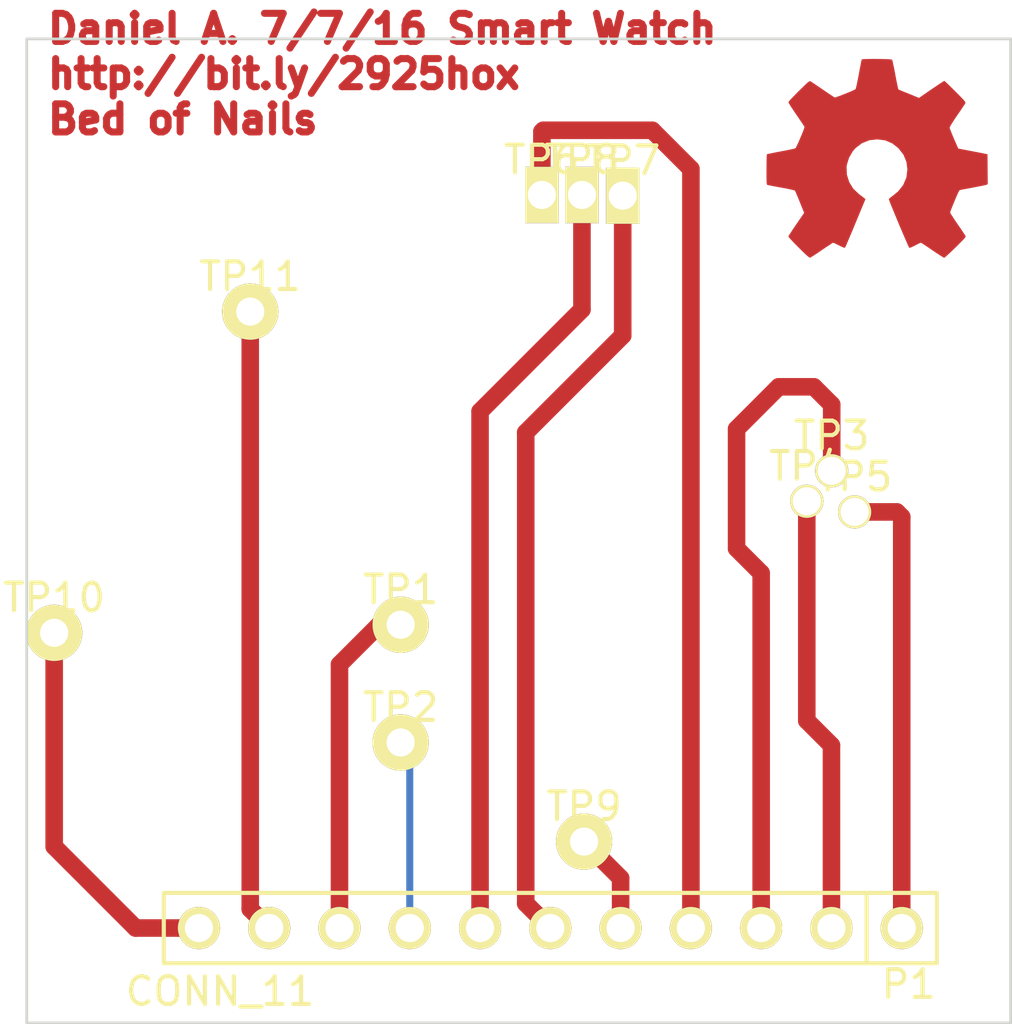
<source format=kicad_pcb>
(kicad_pcb (version 20171130) (host pcbnew "(5.1.12)-1")

  (general
    (thickness 1.6)
    (drawings 5)
    (tracks 37)
    (zones 0)
    (modules 13)
    (nets 12)
  )

  (page A3)
  (layers
    (0 F.Cu signal)
    (31 B.Cu signal)
    (32 B.Adhes user)
    (33 F.Adhes user hide)
    (34 B.Paste user)
    (35 F.Paste user)
    (36 B.SilkS user)
    (37 F.SilkS user)
    (38 B.Mask user)
    (39 F.Mask user)
    (40 Dwgs.User user)
    (41 Cmts.User user)
    (42 Eco1.User user)
    (43 Eco2.User user)
    (44 Edge.Cuts user)
  )

  (setup
    (last_trace_width 0.254)
    (user_trace_width 0.254)
    (user_trace_width 0.381)
    (user_trace_width 0.508)
    (user_trace_width 0.635)
    (user_trace_width 0.762)
    (user_trace_width 0.889)
    (user_trace_width 1.016)
    (user_trace_width 1.27)
    (user_trace_width 1.524)
    (user_trace_width 1.778)
    (trace_clearance 0.254)
    (zone_clearance 0.635)
    (zone_45_only no)
    (trace_min 0.254)
    (via_size 0.889)
    (via_drill 0.635)
    (via_min_size 0.889)
    (via_min_drill 0.508)
    (uvia_size 0.508)
    (uvia_drill 0.127)
    (uvias_allowed no)
    (uvia_min_size 0.508)
    (uvia_min_drill 0.127)
    (edge_width 0.1)
    (segment_width 0.2)
    (pcb_text_width 0.3)
    (pcb_text_size 1.5 1.5)
    (mod_edge_width 0.15)
    (mod_text_size 1 1)
    (mod_text_width 0.15)
    (pad_size 1.2 1.2)
    (pad_drill 1.016)
    (pad_to_mask_clearance 0)
    (aux_axis_origin 0 0)
    (visible_elements 7FFFFFFF)
    (pcbplotparams
      (layerselection 0x00030_ffffffff)
      (usegerberextensions true)
      (usegerberattributes true)
      (usegerberadvancedattributes true)
      (creategerberjobfile true)
      (excludeedgelayer true)
      (linewidth 0.150000)
      (plotframeref false)
      (viasonmask false)
      (mode 1)
      (useauxorigin false)
      (hpglpennumber 1)
      (hpglpenspeed 20)
      (hpglpendiameter 15.000000)
      (psnegative false)
      (psa4output false)
      (plotreference true)
      (plotvalue true)
      (plotinvisibletext false)
      (padsonsilk false)
      (subtractmaskfromsilk false)
      (outputformat 1)
      (mirror false)
      (drillshape 0)
      (scaleselection 1)
      (outputdirectory "C:/Users/OPTIPLEX  960/Documents/Electronics/Projects/Smart Watch/KiCAD/BON-PCB/Gerbers/"))
  )

  (net 0 "")
  (net 1 /+13VDC)
  (net 2 /+3.3VDC)
  (net 3 /GND)
  (net 4 /MCLR)
  (net 5 /PGC)
  (net 6 /PGD)
  (net 7 /RTCC)
  (net 8 /SCL)
  (net 9 /SDA)
  (net 10 "/USB +5VDC")
  (net 11 /VBAT)

  (net_class Default "This is the default net class."
    (clearance 0.254)
    (trace_width 0.254)
    (via_dia 0.889)
    (via_drill 0.635)
    (uvia_dia 0.508)
    (uvia_drill 0.127)
    (add_net /+13VDC)
    (add_net /+3.3VDC)
    (add_net /GND)
    (add_net /MCLR)
    (add_net /PGC)
    (add_net /PGD)
    (add_net /RTCC)
    (add_net /SCL)
    (add_net /SDA)
    (add_net "/USB +5VDC")
    (add_net /VBAT)
  )

  (module TP_SW (layer F.Cu) (tedit 577EB1DC) (tstamp 577EB348)
    (at 127.711 96.5708)
    (path /577EAD50)
    (fp_text reference TP6 (at 0 0) (layer F.SilkS)
      (effects (font (size 1 1) (thickness 0.15)))
    )
    (fp_text value RTCC (at 0.508 3.048) (layer F.SilkS) hide
      (effects (font (size 1 1) (thickness 0.15)))
    )
    (pad 1 thru_hole rect (at 0 1.27) (size 1.2 2.032) (drill 1.016) (layers *.Cu *.Mask F.SilkS)
      (net 7 /RTCC))
  )

  (module TP_SW (layer F.Cu) (tedit 577EB1DC) (tstamp 577EB34D)
    (at 130.632 96.5962)
    (path /577EAD56)
    (fp_text reference TP7 (at 0 0) (layer F.SilkS)
      (effects (font (size 1 1) (thickness 0.15)))
    )
    (fp_text value SCL (at 0.508 3.048) (layer F.SilkS) hide
      (effects (font (size 1 1) (thickness 0.15)))
    )
    (pad 1 thru_hole rect (at 0 1.27) (size 1.2 2.032) (drill 1.016) (layers *.Cu *.Mask F.SilkS)
      (net 8 /SCL))
  )

  (module TP_SW (layer F.Cu) (tedit 577EB1DC) (tstamp 577EB352)
    (at 129.159 96.5708)
    (path /577EAD5C)
    (fp_text reference TP8 (at 0 0) (layer F.SilkS)
      (effects (font (size 1 1) (thickness 0.15)))
    )
    (fp_text value SDA (at 0.508 3.048) (layer F.SilkS) hide
      (effects (font (size 1 1) (thickness 0.15)))
    )
    (pad 1 thru_hole rect (at 0 1.27) (size 1.2 2.032) (drill 1.016) (layers *.Cu *.Mask F.SilkS)
      (net 9 /SDA))
  )

  (module PIN-ARRAY_11x1 (layer F.Cu) (tedit 577EAFC3) (tstamp 577EB366)
    (at 133.096 124.333 180)
    (path /577EAE6B)
    (fp_text reference P1 (at -7.874 -2.032 180) (layer F.SilkS)
      (effects (font (size 1 1) (thickness 0.15)))
    )
    (fp_text value CONN_11 (at 17.018 -2.286 180) (layer F.SilkS)
      (effects (font (size 1 1) (thickness 0.15)))
    )
    (fp_line (start 19.05 -1.27) (end -8.89 -1.27) (layer F.SilkS) (width 0.15))
    (fp_line (start 19.05 1.27) (end 19.05 -1.27) (layer F.SilkS) (width 0.15))
    (fp_line (start -8.89 1.27) (end 19.05 1.27) (layer F.SilkS) (width 0.15))
    (fp_line (start -8.89 -1.27) (end -8.89 1.27) (layer F.SilkS) (width 0.15))
    (fp_line (start -6.35 -1.27) (end -6.35 1.27) (layer F.SilkS) (width 0.15))
    (pad 1 thru_hole circle (at -7.62 0 180) (size 1.524 1.524) (drill 1.016) (layers *.Cu *.Mask F.SilkS)
      (net 4 /MCLR))
    (pad 2 thru_hole circle (at -5.08 0 180) (size 1.524 1.524) (drill 1.016) (layers *.Cu *.Mask F.SilkS)
      (net 5 /PGC))
    (pad 3 thru_hole circle (at -2.54 0 180) (size 1.524 1.524) (drill 1.016) (layers *.Cu *.Mask F.SilkS)
      (net 6 /PGD))
    (pad 4 thru_hole circle (at 0 0 180) (size 1.524 1.524) (drill 1.016) (layers *.Cu *.Mask F.SilkS)
      (net 7 /RTCC))
    (pad 5 thru_hole circle (at 2.54 0 180) (size 1.524 1.524) (drill 1.016) (layers *.Cu *.Mask F.SilkS)
      (net 1 /+13VDC))
    (pad 6 thru_hole circle (at 5.08 0 180) (size 1.524 1.524) (drill 1.016) (layers *.Cu *.Mask F.SilkS)
      (net 8 /SCL))
    (pad 7 thru_hole circle (at 7.62 0 180) (size 1.524 1.524) (drill 1.016) (layers *.Cu *.Mask F.SilkS)
      (net 9 /SDA))
    (pad 8 thru_hole circle (at 10.16 0 180) (size 1.524 1.524) (drill 1.016) (layers *.Cu *.Mask F.SilkS)
      (net 3 /GND))
    (pad 9 thru_hole circle (at 12.7 0 180) (size 1.524 1.524) (drill 1.016) (layers *.Cu *.Mask F.SilkS)
      (net 2 /+3.3VDC))
    (pad 10 thru_hole circle (at 15.24 0 180) (size 1.524 1.524) (drill 1.016) (layers *.Cu *.Mask F.SilkS)
      (net 11 /VBAT))
    (pad 11 thru_hole circle (at 17.78 0 180) (size 1.524 1.524) (drill 1.016) (layers *.Cu *.Mask F.SilkS)
      (net 10 "/USB +5VDC"))
  )

  (module 1_Pin_0.04dia (layer F.Cu) (tedit 577EB098) (tstamp 577EB36B)
    (at 122.606 112.103)
    (path /577EAD17)
    (fp_text reference TP1 (at 0 0) (layer F.SilkS)
      (effects (font (size 1 1) (thickness 0.15)))
    )
    (fp_text value 3.3VDC (at 0.508 3.048) (layer F.SilkS) hide
      (effects (font (size 1 1) (thickness 0.15)))
    )
    (pad 1 thru_hole circle (at 0 1.27) (size 2.032 2.032) (drill 1.016) (layers *.Cu *.Mask F.SilkS)
      (net 2 /+3.3VDC))
  )

  (module 1_Pin_0.04dia (layer F.Cu) (tedit 577EB098) (tstamp 577EB370)
    (at 122.606 116.357)
    (path /577EAD24)
    (fp_text reference TP2 (at 0 0) (layer F.SilkS)
      (effects (font (size 1 1) (thickness 0.15)))
    )
    (fp_text value GND (at 0.508 3.048) (layer F.SilkS) hide
      (effects (font (size 1 1) (thickness 0.15)))
    )
    (pad 1 thru_hole circle (at 0 1.27) (size 2.032 2.032) (drill 1.016) (layers *.Cu *.Mask F.SilkS)
      (net 3 /GND))
  )

  (module 1_Pin_0.04dia (layer F.Cu) (tedit 577EB098) (tstamp 577EB384)
    (at 129.235 119.939)
    (path /577EAD62)
    (fp_text reference TP9 (at 0 0) (layer F.SilkS)
      (effects (font (size 1 1) (thickness 0.15)))
    )
    (fp_text value +13VDC (at 0.508 3.048) (layer F.SilkS) hide
      (effects (font (size 1 1) (thickness 0.15)))
    )
    (pad 1 thru_hole circle (at 0 1.27) (size 2.032 2.032) (drill 1.016) (layers *.Cu *.Mask F.SilkS)
      (net 1 /+13VDC))
  )

  (module 1_Pin_0.04dia (layer F.Cu) (tedit 577EB098) (tstamp 577EB389)
    (at 110.084 112.395)
    (path /577EAD68)
    (fp_text reference TP10 (at 0 0) (layer F.SilkS)
      (effects (font (size 1 1) (thickness 0.15)))
    )
    (fp_text value "USB +5VDC" (at 0.508 3.048) (layer F.SilkS) hide
      (effects (font (size 1 1) (thickness 0.15)))
    )
    (pad 1 thru_hole circle (at 0 1.27) (size 2.032 2.032) (drill 1.016) (layers *.Cu *.Mask F.SilkS)
      (net 10 "/USB +5VDC"))
  )

  (module 1_Pin_0.04dia (layer F.Cu) (tedit 577EB098) (tstamp 577EB38E)
    (at 117.17 100.787)
    (path /577EAD6E)
    (fp_text reference TP11 (at 0 0) (layer F.SilkS)
      (effects (font (size 1 1) (thickness 0.15)))
    )
    (fp_text value VBAT (at 0.508 3.048) (layer F.SilkS) hide
      (effects (font (size 1 1) (thickness 0.15)))
    )
    (pad 1 thru_hole circle (at 0 1.27) (size 2.032 2.032) (drill 1.016) (layers *.Cu *.Mask F.SilkS)
      (net 11 /VBAT))
  )

  (module TP2_SW (layer F.Cu) (tedit 577EB45A) (tstamp 577EB849)
    (at 138.185 106.54)
    (path /577EAD2A)
    (fp_text reference TP3 (at 0 0) (layer F.SilkS)
      (effects (font (size 1 1) (thickness 0.15)))
    )
    (fp_text value PGD (at 0.508 3.048) (layer F.SilkS) hide
      (effects (font (size 1 1) (thickness 0.15)))
    )
    (pad 1 thru_hole circle (at 0 1.27) (size 1.2 1.2) (drill 1.016) (layers *.Cu *.Mask F.SilkS)
      (net 6 /PGD))
  )

  (module TP2_SW (layer F.Cu) (tedit 577EB45A) (tstamp 577EB84E)
    (at 137.285 107.64)
    (path /577EAD30)
    (fp_text reference TP4 (at 0 0) (layer F.SilkS)
      (effects (font (size 1 1) (thickness 0.15)))
    )
    (fp_text value PGC (at 0.508 3.048) (layer F.SilkS) hide
      (effects (font (size 1 1) (thickness 0.15)))
    )
    (pad 1 thru_hole circle (at 0 1.27) (size 1.2 1.2) (drill 1.016) (layers *.Cu *.Mask F.SilkS)
      (net 5 /PGC))
  )

  (module TP2_SW (layer F.Cu) (tedit 577EB45A) (tstamp 577EB853)
    (at 139.014 108.026)
    (path /577EAD4A)
    (fp_text reference TP5 (at 0 0) (layer F.SilkS)
      (effects (font (size 1 1) (thickness 0.15)))
    )
    (fp_text value MCLR (at 0.508 3.048) (layer F.SilkS) hide
      (effects (font (size 1 1) (thickness 0.15)))
    )
    (pad 1 thru_hole circle (at 0 1.27) (size 1.2 1.2) (drill 1.016) (layers *.Cu *.Mask F.SilkS)
      (net 4 /MCLR))
  )

  (module OSHW-logo_copper-back_8mm (layer F.Cu) (tedit 0) (tstamp 577EBAD1)
    (at 139.827 96.52)
    (fp_text reference G*** (at 0 4.2418) (layer F.SilkS) hide
      (effects (font (size 0.36322 0.36322) (thickness 0.07112)))
    )
    (fp_text value OSHW-logo_copper-back_8mm (at 0 -4.2418) (layer F.SilkS) hide
      (effects (font (size 0.36322 0.36322) (thickness 0.07112)))
    )
    (fp_poly (pts (xy 2.42316 3.59156) (xy 2.38252 3.57124) (xy 2.28854 3.51282) (xy 2.15392 3.42392)
      (xy 1.99644 3.31978) (xy 1.83896 3.21056) (xy 1.70942 3.1242) (xy 1.61798 3.06578)
      (xy 1.57988 3.04546) (xy 1.55956 3.05054) (xy 1.48336 3.08864) (xy 1.37414 3.14452)
      (xy 1.31064 3.17754) (xy 1.21158 3.22072) (xy 1.16078 3.23088) (xy 1.15316 3.21564)
      (xy 1.11506 3.13944) (xy 1.05918 3.00736) (xy 0.98298 2.83464) (xy 0.89662 2.63144)
      (xy 0.80264 2.413) (xy 0.7112 2.18948) (xy 0.6223 1.97612) (xy 0.54356 1.78562)
      (xy 0.48006 1.63068) (xy 0.43942 1.52146) (xy 0.42418 1.47574) (xy 0.42926 1.46558)
      (xy 0.48006 1.41732) (xy 0.56642 1.35128) (xy 0.75692 1.19634) (xy 0.94234 0.96266)
      (xy 1.05664 0.6985) (xy 1.09474 0.40386) (xy 1.06172 0.13208) (xy 0.95504 -0.12954)
      (xy 0.77216 -0.36576) (xy 0.55118 -0.54102) (xy 0.2921 -0.65278) (xy 0 -0.68834)
      (xy -0.2794 -0.65786) (xy -0.5461 -0.55118) (xy -0.78232 -0.37084) (xy -0.88138 -0.25654)
      (xy -1.01854 -0.01778) (xy -1.09728 0.23876) (xy -1.1049 0.30226) (xy -1.09474 0.5842)
      (xy -1.01092 0.85344) (xy -0.8636 1.09474) (xy -0.65786 1.29032) (xy -0.62992 1.31064)
      (xy -0.53594 1.38176) (xy -0.47244 1.43002) (xy -0.42164 1.47066) (xy -0.77978 2.33172)
      (xy -0.83566 2.46888) (xy -0.93472 2.7051) (xy -1.02108 2.9083) (xy -1.08966 3.06832)
      (xy -1.13792 3.17754) (xy -1.15824 3.22072) (xy -1.16078 3.22326) (xy -1.19126 3.22834)
      (xy -1.2573 3.20294) (xy -1.37668 3.14452) (xy -1.45796 3.10388) (xy -1.5494 3.0607)
      (xy -1.59004 3.04546) (xy -1.6256 3.06324) (xy -1.71196 3.12166) (xy -1.8415 3.20548)
      (xy -1.9939 3.30962) (xy -2.14122 3.41122) (xy -2.27584 3.50012) (xy -2.3749 3.56108)
      (xy -2.42316 3.58902) (xy -2.43078 3.58902) (xy -2.47142 3.56362) (xy -2.55016 3.50012)
      (xy -2.667 3.38836) (xy -2.8321 3.2258) (xy -2.8575 3.2004) (xy -2.99466 3.0607)
      (xy -3.10642 2.94386) (xy -3.18008 2.86258) (xy -3.20548 2.82448) (xy -3.18262 2.77622)
      (xy -3.11912 2.6797) (xy -3.03022 2.54254) (xy -2.921 2.38252) (xy -2.63652 1.9685)
      (xy -2.794 1.57734) (xy -2.84226 1.45796) (xy -2.90322 1.31318) (xy -2.9464 1.20904)
      (xy -2.9718 1.16332) (xy -3.01244 1.14808) (xy -3.12166 1.12268) (xy -3.2766 1.08966)
      (xy -3.45948 1.05664) (xy -3.63728 1.02362) (xy -3.7973 0.99314) (xy -3.9116 0.97028)
      (xy -3.9624 0.96012) (xy -3.9751 0.9525) (xy -3.98526 0.9271) (xy -3.99288 0.87376)
      (xy -3.99542 0.77724) (xy -3.99796 0.62484) (xy -3.99796 0.40386) (xy -3.99796 0.381)
      (xy -3.99542 0.17018) (xy -3.99288 0.00254) (xy -3.9878 -0.10668) (xy -3.98018 -0.14986)
      (xy -3.92938 -0.16256) (xy -3.81762 -0.18542) (xy -3.6576 -0.21844) (xy -3.4671 -0.254)
      (xy -3.45694 -0.25654) (xy -3.26644 -0.2921) (xy -3.10896 -0.32512) (xy -2.9972 -0.35052)
      (xy -2.95148 -0.36576) (xy -2.94132 -0.37846) (xy -2.90322 -0.45212) (xy -2.84734 -0.56896)
      (xy -2.78638 -0.71374) (xy -2.72288 -0.86106) (xy -2.66954 -0.99568) (xy -2.63398 -1.09474)
      (xy -2.62382 -1.14046) (xy -2.65176 -1.18618) (xy -2.7178 -1.28524) (xy -2.80924 -1.41986)
      (xy -2.921 -1.58242) (xy -2.92862 -1.59512) (xy -3.03784 -1.75514) (xy -3.12674 -1.88976)
      (xy -3.18516 -1.98628) (xy -3.20548 -2.02946) (xy -3.20548 -2.032) (xy -3.16992 -2.08026)
      (xy -3.08864 -2.16916) (xy -2.9718 -2.29108) (xy -2.8321 -2.43332) (xy -2.78638 -2.4765)
      (xy -2.63144 -2.6289) (xy -2.52476 -2.72796) (xy -2.45618 -2.7813) (xy -2.42316 -2.794)
      (xy -2.42316 -2.79146) (xy -2.3749 -2.76352) (xy -2.2733 -2.69748) (xy -2.13614 -2.6035)
      (xy -1.97358 -2.49428) (xy -1.96342 -2.48666) (xy -1.8034 -2.37744) (xy -1.67132 -2.28854)
      (xy -1.5748 -2.22504) (xy -1.53416 -2.19964) (xy -1.52654 -2.19964) (xy -1.46304 -2.21996)
      (xy -1.34874 -2.25806) (xy -1.20904 -2.31394) (xy -1.06172 -2.37236) (xy -0.9271 -2.42824)
      (xy -0.8255 -2.4765) (xy -0.77724 -2.5019) (xy -0.77724 -2.50444) (xy -0.75946 -2.56286)
      (xy -0.73152 -2.68224) (xy -0.6985 -2.84734) (xy -0.6604 -3.04292) (xy -0.65532 -3.0734)
      (xy -0.61976 -3.2639) (xy -0.58928 -3.42138) (xy -0.56642 -3.5306) (xy -0.55372 -3.57632)
      (xy -0.52832 -3.5814) (xy -0.43434 -3.58902) (xy -0.2921 -3.59156) (xy -0.11938 -3.5941)
      (xy 0.06096 -3.59156) (xy 0.23622 -3.58902) (xy 0.38862 -3.58394) (xy 0.4953 -3.57632)
      (xy 0.54102 -3.56616) (xy 0.54356 -3.56362) (xy 0.5588 -3.5052) (xy 0.5842 -3.38582)
      (xy 0.61976 -3.22072) (xy 0.65786 -3.0226) (xy 0.66294 -2.98958) (xy 0.6985 -2.79908)
      (xy 0.73152 -2.64414) (xy 0.75438 -2.53492) (xy 0.76708 -2.49428) (xy 0.78232 -2.48412)
      (xy 0.86106 -2.4511) (xy 0.98806 -2.39776) (xy 1.14808 -2.33426) (xy 1.51384 -2.1844)
      (xy 1.96088 -2.49428) (xy 2.00406 -2.52222) (xy 2.16408 -2.63144) (xy 2.2987 -2.72034)
      (xy 2.39014 -2.77876) (xy 2.42824 -2.80162) (xy 2.43078 -2.79908) (xy 2.4765 -2.76098)
      (xy 2.5654 -2.67716) (xy 2.68732 -2.55778) (xy 2.82702 -2.41808) (xy 2.93116 -2.31394)
      (xy 3.05562 -2.18694) (xy 3.13436 -2.10312) (xy 3.17754 -2.04724) (xy 3.19278 -2.01422)
      (xy 3.1877 -1.9939) (xy 3.15976 -1.94818) (xy 3.09372 -1.84912) (xy 3.00228 -1.71196)
      (xy 2.89306 -1.55448) (xy 2.80162 -1.41986) (xy 2.7051 -1.27) (xy 2.6416 -1.16332)
      (xy 2.61874 -1.10998) (xy 2.62382 -1.08712) (xy 2.65684 -1.00076) (xy 2.71018 -0.86614)
      (xy 2.77622 -0.70866) (xy 2.9337 -0.35306) (xy 3.16738 -0.30988) (xy 3.30708 -0.28194)
      (xy 3.5052 -0.24384) (xy 3.69316 -0.20828) (xy 3.9878 -0.14986) (xy 3.99796 0.93218)
      (xy 3.95224 0.9525) (xy 3.90906 0.9652) (xy 3.79984 0.98806) (xy 3.6449 1.01854)
      (xy 3.45948 1.0541) (xy 3.30454 1.08458) (xy 3.14452 1.11252) (xy 3.03276 1.13538)
      (xy 2.98196 1.14554) (xy 2.96926 1.16332) (xy 2.92862 1.23952) (xy 2.87274 1.36144)
      (xy 2.81178 1.50876) (xy 2.74828 1.65862) (xy 2.6924 1.79832) (xy 2.65176 1.905)
      (xy 2.63906 1.96088) (xy 2.65938 2.00406) (xy 2.72034 2.0955) (xy 2.8067 2.22758)
      (xy 2.91338 2.38506) (xy 3.0226 2.54254) (xy 3.1115 2.67716) (xy 3.175 2.77368)
      (xy 3.2004 2.81686) (xy 3.1877 2.84734) (xy 3.12674 2.92354) (xy 3.00736 3.04546)
      (xy 2.8321 3.22072) (xy 2.80162 3.24866) (xy 2.66192 3.38328) (xy 2.54254 3.4925)
      (xy 2.46126 3.56616) (xy 2.42316 3.59156)) (layer F.Cu) (width 0.00254))
  )

  (gr_text "Daniel A. 7/7/16 Smart Watch \nhttp://bit.ly/2925hox\nBed of Nails" (at 109.728 93.472) (layer F.Cu)
    (effects (font (size 1.016 1.016) (thickness 0.254)) (justify left))
  )
  (gr_line (start 144.653 92.202) (end 144.653 127.762) (angle 90) (layer Edge.Cuts) (width 0.1))
  (gr_line (start 109.093 127.762) (end 109.093 92.202) (angle 90) (layer Edge.Cuts) (width 0.1))
  (gr_line (start 109.093 127.762) (end 144.653 127.762) (angle 90) (layer Edge.Cuts) (width 0.1))
  (gr_line (start 144.653 92.202) (end 109.093 92.202) (angle 90) (layer Edge.Cuts) (width 0.1))

  (segment (start 130.556 124.333) (end 130.556 122.53) (width 0.635) (layer F.Cu) (net 1))
  (segment (start 130.556 122.53) (end 129.235 121.209) (width 0.635) (layer F.Cu) (net 1))
  (segment (start 122.606 113.373) (end 121.831 113.373) (width 0.635) (layer F.Cu) (net 2))
  (segment (start 121.831 113.373) (end 120.396 114.808) (width 0.635) (layer F.Cu) (net 2))
  (segment (start 120.396 114.808) (end 120.396 124.333) (width 0.635) (layer F.Cu) (net 2))
  (segment (start 122.606 117.627) (end 122.936 117.957) (width 0.254) (layer B.Cu) (net 3))
  (segment (start 122.936 117.957) (end 122.936 124.333) (width 0.254) (layer B.Cu) (net 3))
  (segment (start 139.014 109.296) (end 140.538 109.296) (width 0.635) (layer F.Cu) (net 4))
  (segment (start 140.538 109.296) (end 140.716 109.474) (width 0.635) (layer F.Cu) (net 4))
  (segment (start 140.716 109.474) (end 140.716 124.333) (width 0.635) (layer F.Cu) (net 4))
  (segment (start 137.285 108.91) (end 137.285 116.838) (width 0.635) (layer F.Cu) (net 5))
  (segment (start 137.285 116.838) (end 138.176 117.729) (width 0.635) (layer F.Cu) (net 5))
  (segment (start 138.176 117.729) (end 138.176 124.333) (width 0.635) (layer F.Cu) (net 5))
  (segment (start 135.636 124.333) (end 135.636 111.506) (width 0.635) (layer F.Cu) (net 6))
  (segment (start 135.636 111.506) (end 134.747 110.617) (width 0.635) (layer F.Cu) (net 6))
  (segment (start 134.747 110.617) (end 134.747 106.299) (width 0.635) (layer F.Cu) (net 6))
  (segment (start 134.747 106.299) (end 136.271 104.775) (width 0.635) (layer F.Cu) (net 6))
  (segment (start 136.271 104.775) (end 137.541 104.775) (width 0.635) (layer F.Cu) (net 6))
  (segment (start 137.541 104.775) (end 138.185 105.419) (width 0.635) (layer F.Cu) (net 6))
  (segment (start 138.185 105.419) (end 138.185 107.81) (width 0.635) (layer F.Cu) (net 6))
  (segment (start 127.711 97.8408) (end 127.711 95.5548) (width 0.635) (layer F.Cu) (net 7))
  (segment (start 127.711 95.5548) (end 127.762 95.504) (width 0.635) (layer F.Cu) (net 7))
  (segment (start 127.762 95.504) (end 131.699 95.504) (width 0.635) (layer F.Cu) (net 7))
  (segment (start 131.699 95.504) (end 133.096 96.901) (width 0.635) (layer F.Cu) (net 7))
  (segment (start 133.096 96.901) (end 133.096 124.333) (width 0.635) (layer F.Cu) (net 7))
  (segment (start 130.632 97.8662) (end 130.632 102.921) (width 0.635) (layer F.Cu) (net 8))
  (segment (start 130.632 102.921) (end 127.127 106.426) (width 0.635) (layer F.Cu) (net 8))
  (segment (start 127.127 106.426) (end 127.127 123.444) (width 0.635) (layer F.Cu) (net 8))
  (segment (start 127.127 123.444) (end 128.016 124.333) (width 0.635) (layer F.Cu) (net 8))
  (segment (start 125.476 124.333) (end 125.476 105.664) (width 0.635) (layer F.Cu) (net 9))
  (segment (start 125.476 105.664) (end 129.159 101.981) (width 0.635) (layer F.Cu) (net 9))
  (segment (start 129.159 101.981) (end 129.159 97.8408) (width 0.635) (layer F.Cu) (net 9))
  (segment (start 110.084 113.665) (end 110.084 121.387) (width 0.635) (layer F.Cu) (net 10))
  (segment (start 110.084 121.387) (end 113.03 124.333) (width 0.635) (layer F.Cu) (net 10))
  (segment (start 113.03 124.333) (end 115.316 124.333) (width 0.635) (layer F.Cu) (net 10))
  (segment (start 117.17 102.057) (end 117.17 123.647) (width 0.635) (layer F.Cu) (net 11))
  (segment (start 117.17 123.647) (end 117.856 124.333) (width 0.635) (layer F.Cu) (net 11))

)

</source>
